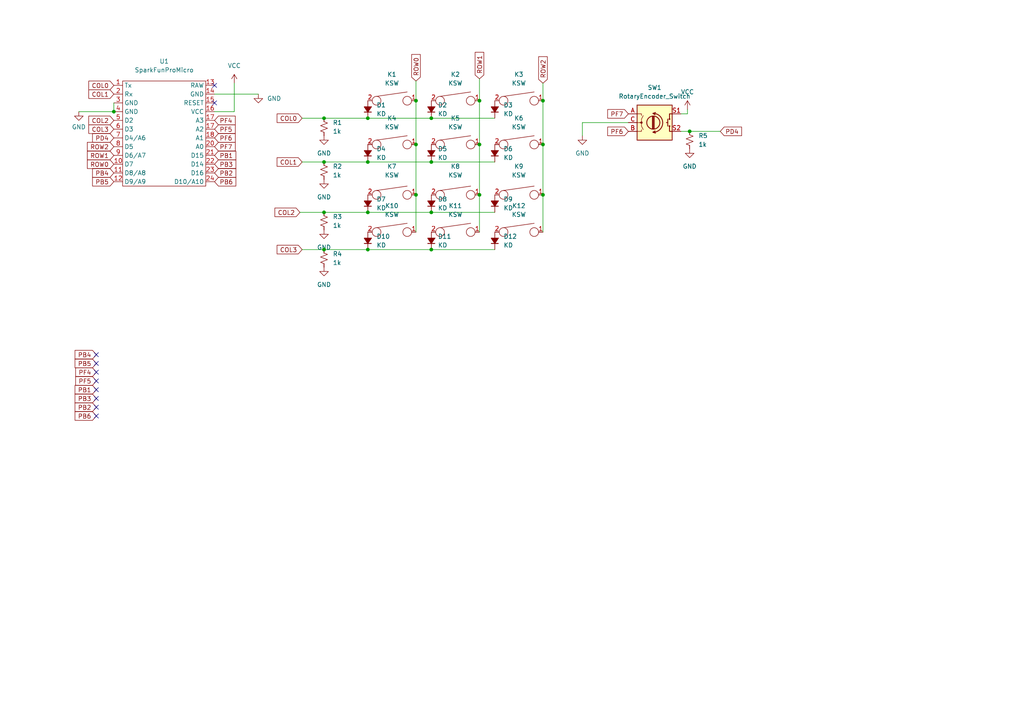
<source format=kicad_sch>
(kicad_sch (version 20211123) (generator eeschema)
  (paper "A4")
  (lib_symbols
    (symbol "Device:D_Small_Filled" (pin_numbers hide) (pin_names (offset 0.254) hide)
      (property "Reference" "D" (at -1.27 2.032 0))
      (property "Value" "D_Small_Filled" (at -3.81 -2.032 0))
      (symbol "D_Small_Filled_0_1"
        (polyline (pts (xy -0.762 -1.016) (xy -0.762 1.016)) (stroke (width 0.254)))
        (polyline (pts (xy -0.762 0) (xy 0.762 0)))
        (polyline (pts (xy 0.762 -1.016) (xy -0.762 0) (xy 0.762 1.016) (xy 0.762 -1.016)) (stroke (width 0.254)) (fill (type outline)))
      )
      (symbol "D_Small_Filled_1_1"
        (pin passive line (at -2.54 0 0) (length 1.778) (name "K") (number "1"))
        (pin passive line (at 2.54 0 180) (length 1.778) (name "A") (number "2"))
      )
    )
    (symbol "Device:R_Small_US" (pin_numbers hide) (pin_names (offset 0.254) hide)
      (property "Reference" "R" (at 0.762 0.508 0))
      (property "Value" "R_Small_US" (at 0.762 -1.016 0))
      (symbol "R_Small_US_1_1"
        (polyline (pts (xy 0 0) (xy 1.016 -0.381) (xy 0 -0.762) (xy -1.016 -1.143) (xy 0 -1.524)))
        (polyline (pts (xy 0 1.524) (xy 1.016 1.143) (xy 0 0.762) (xy -1.016 0.381) (xy 0 0)))
        (pin passive line (at 0 2.54 270) (length 1.016) (name "~") (number "1"))
        (pin passive line (at 0 -2.54 90) (length 1.016) (name "~") (number "2"))
      )
    )
    (symbol "Device:RotaryEncoder_Switch" (pin_names (offset 0.254) hide)
      (property "Reference" "SW" (at 0 6.604 0))
      (property "Value" "RotaryEncoder_Switch" (at 0 -6.604 0))
      (symbol "RotaryEncoder_Switch_0_1"
        (rectangle (start -5.08 5.08) (end 5.08 -5.08) (stroke (width 0.254)) (fill (type background)))
        (circle (center -3.81 0) (radius 0.254) (fill (type outline)))
        (arc (start -0.381 -2.794) (mid 2.3622 -0.0635) (end -0.381 2.667) (stroke (width 0.254)))
        (circle (center -0.381 0) (radius 1.905) (stroke (width 0.254)))
        (polyline (pts (xy -0.635 -1.778) (xy -0.635 1.778)) (stroke (width 0.254)))
        (polyline (pts (xy -0.381 -1.778) (xy -0.381 1.778)) (stroke (width 0.254)))
        (polyline (pts (xy -0.127 1.778) (xy -0.127 -1.778)) (stroke (width 0.254)))
        (polyline (pts (xy 3.81 0) (xy 3.429 0)) (stroke (width 0.254)))
        (polyline (pts (xy 3.81 1.016) (xy 3.81 -1.016)) (stroke (width 0.254)))
        (polyline (pts (xy -5.08 -2.54) (xy -3.81 -2.54) (xy -3.81 -2.032)))
        (polyline (pts (xy -5.08 2.54) (xy -3.81 2.54) (xy -3.81 2.032)))
        (polyline (pts (xy 0.254 -3.048) (xy -0.508 -2.794) (xy 0.127 -2.413)) (stroke (width 0.254)))
        (polyline (pts (xy 0.254 2.921) (xy -0.508 2.667) (xy 0.127 2.286)) (stroke (width 0.254)))
        (polyline (pts (xy 5.08 -2.54) (xy 4.318 -2.54) (xy 4.318 -1.016)) (stroke (width 0.254)))
        (polyline (pts (xy 5.08 2.54) (xy 4.318 2.54) (xy 4.318 1.016)) (stroke (width 0.254)))
        (polyline (pts (xy -5.08 0) (xy -3.81 0) (xy -3.81 -1.016) (xy -3.302 -2.032)))
        (polyline (pts (xy -4.318 0) (xy -3.81 0) (xy -3.81 1.016) (xy -3.302 2.032)))
        (circle (center 4.318 -1.016) (radius 0.127) (stroke (width 0.254)))
        (circle (center 4.318 1.016) (radius 0.127) (stroke (width 0.254)))
      )
      (symbol "RotaryEncoder_Switch_1_1"
        (pin passive line (at -7.62 2.54 0) (length 2.54) (name "A") (number "A"))
        (pin passive line (at -7.62 -2.54 0) (length 2.54) (name "B") (number "B"))
        (pin passive line (at -7.62 0 0) (length 2.54) (name "C") (number "C"))
        (pin passive line (at 7.62 2.54 180) (length 2.54) (name "S1") (number "S1"))
        (pin passive line (at 7.62 -2.54 180) (length 2.54) (name "S2") (number "S2"))
      )
    )
    (symbol "macropad_parts:KSW"
      (property "Reference" "K" (at -6.35 0 0))
      (property "Value" "KSW" (at -5.08 3.81 0))
      (symbol "KSW_0_1"
        (circle (center -10.16 -5.08) (radius 1.27))
        (circle (center -1.27 -5.08) (radius 1.27))
        (polyline (pts (xy -10.16 -3.81) (xy -1.27 -2.54)))
      )
      (symbol "KSW_1_1"
        (pin bidirectional line (at 1.27 -5.08 180) (length 1.27) (name "") (number "1"))
        (pin bidirectional line (at -12.7 -5.08 0) (length 1.27) (name "") (number "2"))
      )
    )
    (symbol "macropad_parts:SparkFunProMicro"
      (property "Reference" "U" (at -1.27 3.81 0))
      (property "Value" "SparkFunProMicro" (at 15.24 3.81 0))
      (symbol "SparkFunProMicro_0_1"
        (rectangle (start -1.27 2.54) (end 22.86 -27.94))
      )
      (symbol "SparkFunProMicro_1_1"
        (pin output line (at -3.81 1.27 0) (length 2.54) (name "Tx") (number "1"))
        (pin bidirectional line (at -3.81 -21.59 0) (length 2.54) (name "D7") (number "10"))
        (pin bidirectional line (at -3.81 -24.13 0) (length 2.54) (name "D8/A8") (number "11"))
        (pin bidirectional line (at -3.81 -26.67 0) (length 2.54) (name "D9/A9") (number "12"))
        (pin input line (at 25.4 1.27 180) (length 2.54) (name "RAW") (number "13"))
        (pin input line (at 25.4 -1.27 180) (length 2.54) (name "GND") (number "14"))
        (pin input line (at 25.4 -3.81 180) (length 2.54) (name "RESET") (number "15"))
        (pin input line (at 25.4 -6.35 180) (length 2.54) (name "VCC") (number "16"))
        (pin bidirectional line (at 25.4 -11.43 180) (length 2.54) (name "A2") (number "17"))
        (pin bidirectional line (at 25.4 -8.89 180) (length 2.54) (name "A3") (number "17"))
        (pin bidirectional line (at 25.4 -13.97 180) (length 2.54) (name "A1") (number "18"))
        (pin input line (at -3.81 -1.27 0) (length 2.54) (name "Rx") (number "2"))
        (pin bidirectional line (at 25.4 -16.51 180) (length 2.54) (name "A0") (number "20"))
        (pin bidirectional line (at 25.4 -19.05 180) (length 2.54) (name "D15") (number "21"))
        (pin bidirectional line (at 25.4 -21.59 180) (length 2.54) (name "D14") (number "22"))
        (pin bidirectional line (at 25.4 -24.13 180) (length 2.54) (name "D16") (number "23"))
        (pin bidirectional line (at 25.4 -26.67 180) (length 2.54) (name "D10/A10") (number "24"))
        (pin input line (at -3.81 -3.81 0) (length 2.54) (name "GND") (number "3"))
        (pin input line (at -3.81 -6.35 0) (length 2.54) (name "GND") (number "4"))
        (pin bidirectional line (at -3.81 -8.89 0) (length 2.54) (name "D2") (number "5"))
        (pin bidirectional line (at -3.81 -11.43 0) (length 2.54) (name "D3") (number "6"))
        (pin bidirectional line (at -3.81 -13.97 0) (length 2.54) (name "D4/A6") (number "7"))
        (pin bidirectional line (at -3.81 -16.51 0) (length 2.54) (name "D5") (number "8"))
        (pin bidirectional line (at -3.81 -19.05 0) (length 2.54) (name "D6/A7") (number "9"))
      )
    )
    (symbol "power:GND" (power) (pin_names (offset 0))
      (property "Value" "GND" (at 0 -3.81 0))
      (symbol "GND_0_1"
        (polyline (pts (xy 0 0) (xy 0 -1.27) (xy 1.27 -1.27) (xy 0 -2.54) (xy -1.27 -1.27) (xy 0 -1.27)))
      )
      (symbol "GND_1_1"
        (pin power_in line (at 0 0 270) (length 0) hide (name "GND") (number "1"))
      )
    )
    (symbol "power:VCC" (power) (pin_names (offset 0))
      (property "Value" "VCC" (at 0 3.81 0))
      (symbol "VCC_0_1"
        (polyline (pts (xy -0.762 1.27) (xy 0 2.54)))
        (polyline (pts (xy 0 0) (xy 0 2.54)))
        (polyline (pts (xy 0 2.54) (xy 0.762 1.27)))
      )
      (symbol "VCC_1_1"
        (pin power_in line (at 0 0 90) (length 0) hide (name "VCC") (number "1"))
      )
    )
  )
  (junction (at 125.095 61.595))
  (junction (at 139.065 29.21))
  (junction (at 120.65 29.21))
  (junction (at 93.98 72.39))
  (junction (at 93.98 34.29))
  (junction (at 125.095 72.39))
  (junction (at 106.68 46.99))
  (junction (at 120.65 56.515))
  (junction (at 125.095 46.99))
  (junction (at 139.065 56.515))
  (junction (at 200.025 38.1))
  (junction (at 106.68 72.39))
  (junction (at 93.98 46.99))
  (junction (at 157.48 56.515))
  (junction (at 93.98 61.595))
  (junction (at 157.48 29.21))
  (junction (at 120.65 41.91))
  (junction (at 139.065 41.91))
  (junction (at 106.68 61.595))
  (junction (at 125.095 34.29))
  (junction (at 33.02 32.385))
  (junction (at 157.48 41.91))
  (junction (at 106.68 34.29))
  (no_connect (at 62.23 29.845))
  (no_connect (at 62.23 24.765))
  (no_connect (at 27.94 118.11))
  (no_connect (at 27.94 120.65))
  (no_connect (at 27.94 102.87))
  (no_connect (at 27.94 105.41))
  (no_connect (at 27.94 107.95))
  (no_connect (at 27.94 110.49))
  (no_connect (at 27.94 113.03))
  (no_connect (at 27.94 115.57))
  (wire (pts (xy 22.86 32.385) (xy 33.02 32.385)))
  (wire (pts (xy 93.98 72.39) (xy 106.68 72.39)))
  (wire (pts (xy 106.68 72.39) (xy 125.095 72.39)))
  (wire (pts (xy 197.485 33.02) (xy 199.39 33.02)))
  (wire (pts (xy 93.98 46.99) (xy 106.68 46.99)))
  (wire (pts (xy 199.39 33.02) (xy 199.39 31.75)))
  (wire (pts (xy 93.98 34.29) (xy 106.68 34.29)))
  (wire (pts (xy 157.48 41.91) (xy 157.48 56.515)))
  (wire (pts (xy 200.025 38.1) (xy 197.485 38.1)))
  (wire (pts (xy 139.065 22.86) (xy 139.065 29.21)))
  (wire (pts (xy 125.095 72.39) (xy 143.51 72.39)))
  (wire (pts (xy 125.095 46.99) (xy 143.51 46.99)))
  (wire (pts (xy 87.63 34.29) (xy 93.98 34.29)))
  (wire (pts (xy 157.48 24.13) (xy 157.48 29.21)))
  (wire (pts (xy 87.63 46.99) (xy 93.98 46.99)))
  (wire (pts (xy 182.245 35.56) (xy 168.91 35.56)))
  (wire (pts (xy 87.63 72.39) (xy 93.98 72.39)))
  (wire (pts (xy 139.065 29.21) (xy 139.065 41.91)))
  (wire (pts (xy 120.65 56.515) (xy 120.65 67.31)))
  (wire (pts (xy 120.65 29.21) (xy 120.65 41.91)))
  (wire (pts (xy 106.68 61.595) (xy 125.095 61.595)))
  (wire (pts (xy 67.945 32.385) (xy 62.23 32.385)))
  (wire (pts (xy 139.065 56.515) (xy 139.065 67.31)))
  (wire (pts (xy 208.915 38.1) (xy 200.025 38.1)))
  (wire (pts (xy 67.945 24.13) (xy 67.945 32.385)))
  (wire (pts (xy 120.65 41.91) (xy 120.65 56.515)))
  (wire (pts (xy 86.995 61.595) (xy 93.98 61.595)))
  (wire (pts (xy 93.98 61.595) (xy 106.68 61.595)))
  (wire (pts (xy 106.68 34.29) (xy 125.095 34.29)))
  (wire (pts (xy 33.02 29.845) (xy 33.02 32.385)))
  (wire (pts (xy 106.68 46.99) (xy 125.095 46.99)))
  (wire (pts (xy 157.48 56.515) (xy 157.48 67.31)))
  (wire (pts (xy 120.65 23.495) (xy 120.65 29.21)))
  (wire (pts (xy 125.095 61.595) (xy 143.51 61.595)))
  (wire (pts (xy 168.91 35.56) (xy 168.91 39.37)))
  (wire (pts (xy 125.095 34.29) (xy 143.51 34.29)))
  (wire (pts (xy 62.23 27.305) (xy 74.93 27.305)))
  (wire (pts (xy 157.48 29.21) (xy 157.48 41.91)))
  (wire (pts (xy 139.065 41.91) (xy 139.065 56.515)))
  (global_label "PD4" (shape input) (at 208.915 38.1 0) (property "Intersheet References" "${INTERSHEET_REFS}" (effects hide)))
  (global_label "ROW2" (shape input) (at 33.02 42.545 180) (property "Intersheet References" "${INTERSHEET_REFS}" (effects hide)))
  (global_label "PB3" (shape input) (at 62.23 47.625 0) (property "Intersheet References" "${INTERSHEET_REFS}" (effects hide)))
  (global_label "PF6" (shape input) (at 182.245 38.1 180) (property "Intersheet References" "${INTERSHEET_REFS}" (effects hide)))
  (global_label "COL1" (shape input) (at 33.02 27.305 180) (property "Intersheet References" "${INTERSHEET_REFS}" (effects hide)))
  (global_label "PB4" (shape input) (at 33.02 50.165 180) (property "Intersheet References" "${INTERSHEET_REFS}" (effects hide)))
  (global_label "PB5" (shape input) (at 33.02 52.705 180) (property "Intersheet References" "${INTERSHEET_REFS}" (effects hide)))
  (global_label "PB2" (shape input) (at 27.94 118.11 180) (property "Intersheet References" "${INTERSHEET_REFS}" (effects hide)))
  (global_label "COL1" (shape input) (at 87.63 46.99 180) (property "Intersheet References" "${INTERSHEET_REFS}" (effects hide)))
  (global_label "PF6" (shape input) (at 62.23 40.005 0) (property "Intersheet References" "${INTERSHEET_REFS}" (effects hide)))
  (global_label "PB6" (shape input) (at 27.94 120.65 180) (property "Intersheet References" "${INTERSHEET_REFS}" (effects hide)))
  (global_label "ROW1" (shape input) (at 33.02 45.085 180) (property "Intersheet References" "${INTERSHEET_REFS}" (effects hide)))
  (global_label "ROW2" (shape input) (at 157.48 24.13 90) (property "Intersheet References" "${INTERSHEET_REFS}" (effects hide)))
  (global_label "PB6" (shape input) (at 62.23 52.705 0) (property "Intersheet References" "${INTERSHEET_REFS}" (effects hide)))
  (global_label "PB5" (shape input) (at 27.94 105.41 180) (property "Intersheet References" "${INTERSHEET_REFS}" (effects hide)))
  (global_label "ROW0" (shape input) (at 120.65 23.495 90) (property "Intersheet References" "${INTERSHEET_REFS}" (effects hide)))
  (global_label "PF4" (shape input) (at 27.94 107.95 180) (property "Intersheet References" "${INTERSHEET_REFS}" (effects hide)))
  (global_label "COL2" (shape input) (at 86.995 61.595 180) (property "Intersheet References" "${INTERSHEET_REFS}" (effects hide)))
  (global_label "COL0" (shape input) (at 87.63 34.29 180) (property "Intersheet References" "${INTERSHEET_REFS}" (effects hide)))
  (global_label "COL3" (shape input) (at 87.63 72.39 180) (property "Intersheet References" "${INTERSHEET_REFS}" (effects hide)))
  (global_label "PB4" (shape input) (at 27.94 102.87 180) (property "Intersheet References" "${INTERSHEET_REFS}" (effects hide)))
  (global_label "COL2" (shape input) (at 33.02 34.925 180) (property "Intersheet References" "${INTERSHEET_REFS}" (effects hide)))
  (global_label "PB2" (shape input) (at 62.23 50.165 0) (property "Intersheet References" "${INTERSHEET_REFS}" (effects hide)))
  (global_label "PF7" (shape input) (at 182.245 33.02 180) (property "Intersheet References" "${INTERSHEET_REFS}" (effects hide)))
  (global_label "COL3" (shape input) (at 33.02 37.465 180) (property "Intersheet References" "${INTERSHEET_REFS}" (effects hide)))
  (global_label "PB1" (shape input) (at 27.94 113.03 180) (property "Intersheet References" "${INTERSHEET_REFS}" (effects hide)))
  (global_label "PB3" (shape input) (at 27.94 115.57 180) (property "Intersheet References" "${INTERSHEET_REFS}" (effects hide)))
  (global_label "ROW0" (shape input) (at 33.02 47.625 180) (property "Intersheet References" "${INTERSHEET_REFS}" (effects hide)))
  (global_label "PF7" (shape input) (at 62.23 42.545 0) (property "Intersheet References" "${INTERSHEET_REFS}" (effects hide)))
  (global_label "PF5" (shape input) (at 62.23 37.465 0) (property "Intersheet References" "${INTERSHEET_REFS}" (effects hide)))
  (global_label "ROW1" (shape input) (at 139.065 22.86 90) (property "Intersheet References" "${INTERSHEET_REFS}" (effects hide)))
  (global_label "PD4" (shape input) (at 33.02 40.005 180) (property "Intersheet References" "${INTERSHEET_REFS}" (effects hide)))
  (global_label "PF5" (shape input) (at 27.94 110.49 180) (property "Intersheet References" "${INTERSHEET_REFS}" (effects hide)))
  (global_label "COL0" (shape input) (at 33.02 24.765 180) (property "Intersheet References" "${INTERSHEET_REFS}" (effects hide)))
  (global_label "PF4" (shape input) (at 62.23 34.925 0) (property "Intersheet References" "${INTERSHEET_REFS}" (effects hide)))
  (global_label "PB1" (shape input) (at 62.23 45.085 0) (property "Intersheet References" "${INTERSHEET_REFS}" (effects hide)))
  (symbol (lib_id "Device:D_Small_Filled") (at 125.095 69.85 90) (unit 1)
    (property "Reference" "D11" (at 127 68.5799 90) (effects (justify right)))
    (property "Value" "KD" (at 127 71.1199 90) (effects (justify right)))
    (property "Footprint" "mpadfps:sod323" (effects hide))
  )
  (symbol (lib_id "macropad_parts:KSW") (at 137.795 62.23 0) (unit 1)
    (property "Reference" "K11" (at 132.08 59.69 0))
    (property "Value" "KSW" (at 132.08 62.23 0))
    (property "Footprint" "aarohanl:CherryMxFP" (effects hide))
  )
  (symbol (lib_id "power:GND") (at 93.98 52.07 0) (unit 1)
    (property "Reference" "#PWR0106" (effects hide))
    (property "Value" "GND" (at 93.98 57.15 0))
  )
  (symbol (lib_id "Device:D_Small_Filled") (at 125.095 31.75 90) (unit 1)
    (property "Reference" "D2" (at 127 30.4799 90) (effects (justify right)))
    (property "Value" "KD" (at 127 33.0199 90) (effects (justify right)))
    (property "Footprint" "mpadfps:sod323" (effects hide))
  )
  (symbol (lib_id "power:GND") (at 93.98 77.47 0) (unit 1)
    (property "Reference" "#PWR0108" (effects hide))
    (property "Value" "GND" (at 93.98 82.55 0))
  )
  (symbol (lib_id "macropad_parts:KSW") (at 119.38 36.83 0) (unit 1)
    (property "Reference" "K4" (at 113.665 34.29 0))
    (property "Value" "KSW" (at 113.665 36.83 0))
    (property "Footprint" "aarohanl:CherryMxFP" (effects hide))
  )
  (symbol (lib_id "Device:D_Small_Filled") (at 143.51 44.45 90) (unit 1)
    (property "Reference" "D6" (at 146.05 43.1799 90) (effects (justify right)))
    (property "Value" "KD" (at 146.05 45.7199 90) (effects (justify right)))
    (property "Footprint" "mpadfps:sod323" (effects hide))
  )
  (symbol (lib_id "power:GND") (at 200.025 43.18 0) (unit 1)
    (property "Reference" "#PWR0110" (effects hide))
    (property "Value" "GND" (at 200.025 48.26 0))
  )
  (symbol (lib_id "power:GND") (at 74.93 27.305 0) (unit 1)
    (property "Reference" "#PWR0101" (effects hide))
    (property "Value" "GND" (at 77.47 28.5749 0) (effects (justify left)))
  )
  (symbol (lib_id "Device:R_Small_US") (at 93.98 36.83 0) (unit 1)
    (property "Reference" "R1" (at 96.52 35.5599 0) (effects (justify left)))
    (property "Value" "1k" (at 96.52 38.0999 0) (effects (justify left)))
    (property "Footprint" "Resistor_SMD:R_0805_2012Metric_Pad1.20x1.40mm_HandSolder" (effects hide))
  )
  (symbol (lib_id "macropad_parts:KSW") (at 156.21 62.23 0) (unit 1)
    (property "Reference" "K12" (at 150.495 59.69 0))
    (property "Value" "KSW" (at 150.495 62.23 0))
    (property "Footprint" "aarohanl:CherryMxFP" (effects hide))
  )
  (symbol (lib_id "power:VCC") (at 199.39 31.75 0) (unit 1)
    (property "Reference" "#PWR0105" (effects hide))
    (property "Value" "VCC" (at 199.39 26.67 0))
  )
  (symbol (lib_id "Device:D_Small_Filled") (at 125.095 44.45 90) (unit 1)
    (property "Reference" "D5" (at 127 43.1799 90) (effects (justify right)))
    (property "Value" "KD" (at 127 45.7199 90) (effects (justify right)))
    (property "Footprint" "mpadfps:sod323" (effects hide))
  )
  (symbol (lib_id "macropad_parts:KSW") (at 119.38 62.23 0) (unit 1)
    (property "Reference" "K10" (at 113.665 59.69 0))
    (property "Value" "KSW" (at 113.665 62.23 0))
    (property "Footprint" "aarohanl:CherryMxFP" (effects hide))
  )
  (symbol (lib_id "macropad_parts:KSW") (at 119.38 24.13 0) (unit 1)
    (property "Reference" "K1" (at 113.665 21.59 0))
    (property "Value" "KSW" (at 113.665 24.13 0))
    (property "Footprint" "aarohanl:CherryMxFP" (effects hide))
  )
  (symbol (lib_id "Device:D_Small_Filled") (at 106.68 69.85 90) (unit 1)
    (property "Reference" "D10" (at 109.22 68.5799 90) (effects (justify right)))
    (property "Value" "KD" (at 109.22 71.1199 90) (effects (justify right)))
    (property "Footprint" "mpadfps:sod323" (effects hide))
  )
  (symbol (lib_id "power:GND") (at 93.98 39.37 0) (unit 1)
    (property "Reference" "#PWR0109" (effects hide))
    (property "Value" "GND" (at 93.98 44.45 0))
  )
  (symbol (lib_id "Device:R_Small_US") (at 200.025 40.64 0) (unit 1)
    (property "Reference" "R5" (at 202.565 39.3699 0) (effects (justify left)))
    (property "Value" "1k" (at 202.565 41.9099 0) (effects (justify left)))
    (property "Footprint" "Resistor_SMD:R_0805_2012Metric_Pad1.20x1.40mm_HandSolder" (effects hide))
  )
  (symbol (lib_id "macropad_parts:KSW") (at 137.795 51.435 0) (unit 1)
    (property "Reference" "K8" (at 132.08 48.26 0))
    (property "Value" "KSW" (at 132.08 50.8 0))
    (property "Footprint" "aarohanl:CherryMxFP" (effects hide))
  )
  (symbol (lib_id "Device:R_Small_US") (at 93.98 74.93 0) (unit 1)
    (property "Reference" "R4" (at 96.52 73.6599 0) (effects (justify left)))
    (property "Value" "1k" (at 96.52 76.1999 0) (effects (justify left)))
    (property "Footprint" "Resistor_SMD:R_0805_2012Metric_Pad1.20x1.40mm_HandSolder" (effects hide))
  )
  (symbol (lib_id "Device:D_Small_Filled") (at 143.51 31.75 90) (unit 1)
    (property "Reference" "D3" (at 146.05 30.4799 90) (effects (justify right)))
    (property "Value" "KD" (at 146.05 33.0199 90) (effects (justify right)))
    (property "Footprint" "mpadfps:sod323" (effects hide))
  )
  (symbol (lib_id "Device:D_Small_Filled") (at 143.51 59.055 90) (unit 1)
    (property "Reference" "D9" (at 146.05 57.7849 90) (effects (justify right)))
    (property "Value" "KD" (at 146.05 60.3249 90) (effects (justify right)))
    (property "Footprint" "mpadfps:sod323" (effects hide))
  )
  (symbol (lib_id "macropad_parts:KSW") (at 137.795 24.13 0) (unit 1)
    (property "Reference" "K2" (at 132.08 21.59 0))
    (property "Value" "KSW" (at 132.08 24.13 0))
    (property "Footprint" "aarohanl:CherryMxFP" (effects hide))
  )
  (symbol (lib_id "Device:D_Small_Filled") (at 106.68 31.75 90) (unit 1)
    (property "Reference" "D1" (at 109.22 30.4799 90) (effects (justify right)))
    (property "Value" "KD" (at 109.22 33.0199 90) (effects (justify right)))
    (property "Footprint" "mpadfps:sod323" (effects hide))
  )
  (symbol (lib_id "macropad_parts:SparkFunProMicro") (at 36.83 26.035 0) (unit 1)
    (property "Reference" "U1" (at 47.625 17.78 0))
    (property "Value" "SparkFunProMicro" (at 47.625 20.32 0))
    (property "Footprint" "aarohanl:SparkFrunProMicro" (effects hide))
  )
  (symbol (lib_id "power:VCC") (at 67.945 24.13 0) (unit 1)
    (property "Reference" "#PWR0102" (effects hide))
    (property "Value" "VCC" (at 67.945 19.05 0))
  )
  (symbol (lib_id "power:GND") (at 93.98 66.675 0) (unit 1)
    (property "Reference" "#PWR0107" (effects hide))
    (property "Value" "GND" (at 93.98 71.755 0))
  )
  (symbol (lib_id "macropad_parts:KSW") (at 156.21 36.83 0) (unit 1)
    (property "Reference" "K6" (at 150.495 34.29 0))
    (property "Value" "KSW" (at 150.495 36.83 0))
    (property "Footprint" "aarohanl:CherryMxFP" (effects hide))
  )
  (symbol (lib_id "macropad_parts:KSW") (at 156.21 51.435 0) (unit 1)
    (property "Reference" "K9" (at 150.495 48.26 0))
    (property "Value" "KSW" (at 150.495 50.8 0))
    (property "Footprint" "aarohanl:CherryMxFP" (effects hide))
  )
  (symbol (lib_id "Device:D_Small_Filled") (at 106.68 59.055 90) (unit 1)
    (property "Reference" "D7" (at 109.22 57.7849 90) (effects (justify right)))
    (property "Value" "KD" (at 109.22 60.3249 90) (effects (justify right)))
    (property "Footprint" "mpadfps:sod323" (effects hide))
  )
  (symbol (lib_id "macropad_parts:KSW") (at 156.21 24.13 0) (unit 1)
    (property "Reference" "K3" (at 150.495 21.59 0))
    (property "Value" "KSW" (at 150.495 24.13 0))
    (property "Footprint" "aarohanl:CherryMxFP" (effects hide))
  )
  (symbol (lib_id "power:GND") (at 168.91 39.37 0) (unit 1)
    (property "Reference" "#PWR0104" (effects hide))
    (property "Value" "GND" (at 168.91 44.45 0))
  )
  (symbol (lib_id "Device:D_Small_Filled") (at 125.095 59.055 90) (unit 1)
    (property "Reference" "D8" (at 127 57.7849 90) (effects (justify right)))
    (property "Value" "KD" (at 127 60.3249 90) (effects (justify right)))
    (property "Footprint" "mpadfps:sod323" (effects hide))
  )
  (symbol (lib_id "Device:R_Small_US") (at 93.98 49.53 0) (unit 1)
    (property "Reference" "R2" (at 96.52 48.2599 0) (effects (justify left)))
    (property "Value" "1k" (at 96.52 50.7999 0) (effects (justify left)))
    (property "Footprint" "Resistor_SMD:R_0805_2012Metric_Pad1.20x1.40mm_HandSolder" (effects hide))
  )
  (symbol (lib_id "Device:D_Small_Filled") (at 143.51 69.85 90) (unit 1)
    (property "Reference" "D12" (at 146.05 68.5799 90) (effects (justify right)))
    (property "Value" "KD" (at 146.05 71.1199 90) (effects (justify right)))
    (property "Footprint" "mpadfps:sod323" (effects hide))
  )
  (symbol (lib_id "macropad_parts:KSW") (at 119.38 51.435 0) (unit 1)
    (property "Reference" "K7" (at 113.665 48.26 0))
    (property "Value" "KSW" (at 113.665 50.8 0))
    (property "Footprint" "aarohanl:CherryMxFP" (effects hide))
  )
  (symbol (lib_id "macropad_parts:KSW") (at 137.795 36.83 0) (unit 1)
    (property "Reference" "K5" (at 132.08 34.29 0))
    (property "Value" "KSW" (at 132.08 36.83 0))
    (property "Footprint" "aarohanl:CherryMxFP" (effects hide))
  )
  (symbol (lib_id "Device:D_Small_Filled") (at 106.68 44.45 90) (unit 1)
    (property "Reference" "D4" (at 109.22 43.1799 90) (effects (justify right)))
    (property "Value" "KD" (at 109.22 45.7199 90) (effects (justify right)))
    (property "Footprint" "mpadfps:sod323" (effects hide))
  )
  (symbol (lib_id "Device:R_Small_US") (at 93.98 64.135 0) (unit 1)
    (property "Reference" "R3" (at 96.52 62.8649 0) (effects (justify left)))
    (property "Value" "1k" (at 96.52 65.4049 0) (effects (justify left)))
    (property "Footprint" "Resistor_SMD:R_0805_2012Metric_Pad1.20x1.40mm_HandSolder" (effects hide))
  )
  (symbol (lib_id "power:GND") (at 22.86 32.385 0) (unit 1)
    (property "Reference" "#PWR0103" (effects hide))
    (property "Value" "GND" (at 22.86 36.83 0))
  )
  (symbol (lib_id "Device:RotaryEncoder_Switch") (at 189.865 35.56 0) (unit 1)
    (property "Reference" "SW1" (at 189.865 25.4 0))
    (property "Value" "RotaryEncoder_Switch" (at 189.865 27.94 0))
    (property "Footprint" "aarohanl:PEC11H4020FS0016_PinCorrection" (effects hide))
  )
)
</source>
